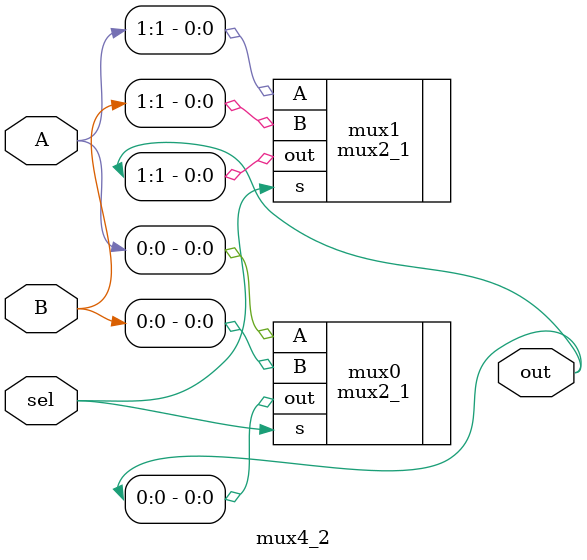
<source format=v>
module mux4_2 (A, B, sel, out);

    input [1:0] A;
    input [1:0] B;
    input sel;
    
    output [1:0] out;
    
    mux2_1 mux0 (.A(A[0]), .B(B[0]), .s(sel), .out(out[0]));
    mux2_1 mux1 (.A(A[1]), .B(B[1]), .s(sel), .out(out[1]));
    
endmodule

</source>
